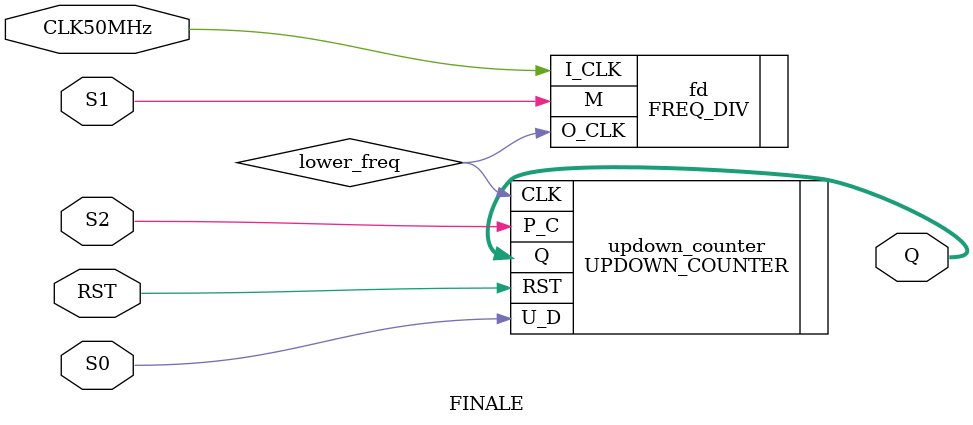
<source format=v>
`timescale 1ns / 1ps
module FINALE(
    input CLK50MHz,
    input RST,
    input S0,
    input S1,
    input S2,
    output [4:0] Q
);
    wire lower_freq;
    FREQ_DIV fd(
        .I_CLK(CLK50MHz),
        .M(S1),
        .O_CLK(lower_freq)
    );
    UPDOWN_COUNTER updown_counter(
        .CLK(lower_freq),
        .RST(RST),
        .U_D(S0),
        .P_C(S2),
		  .Q(Q)
    );
endmodule

</source>
